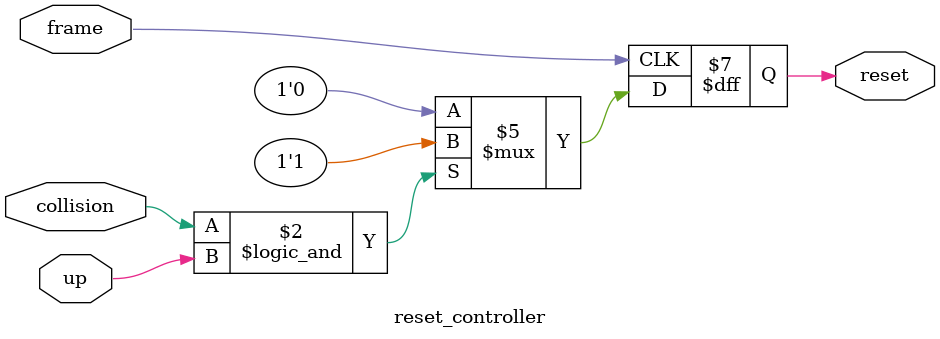
<source format=v>
`timescale 1ns / 1ps


module reset_controller(
    up, frame, collision,
    reset
    );
    input collision, up, frame;
    output reg reset;

    initial begin
        reset = 0;
    end

    always @ (posedge frame) begin
        if (collision && up) begin 
            reset = 1;
        end else begin
            reset = 0;
        end
    end

endmodule

</source>
